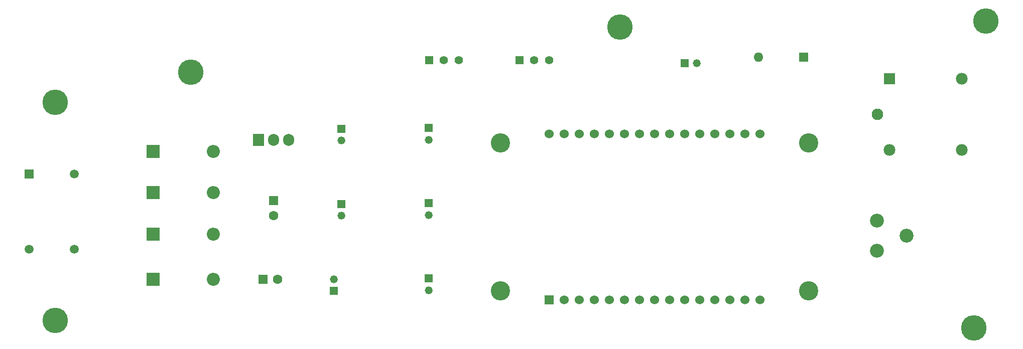
<source format=gbr>
%TF.GenerationSoftware,KiCad,Pcbnew,(6.0.10)*%
%TF.CreationDate,2023-01-19T14:06:35+05:30*%
%TF.ProjectId,KiCad PCB 11 - EE356 PCB 9 (2023-01-19),4b694361-6420-4504-9342-203131202d20,rev?*%
%TF.SameCoordinates,Original*%
%TF.FileFunction,Soldermask,Bot*%
%TF.FilePolarity,Negative*%
%FSLAX46Y46*%
G04 Gerber Fmt 4.6, Leading zero omitted, Abs format (unit mm)*
G04 Created by KiCad (PCBNEW (6.0.10)) date 2023-01-19 14:06:35*
%MOMM*%
%LPD*%
G01*
G04 APERTURE LIST*
%ADD10R,1.320800X1.320800*%
%ADD11C,1.320800*%
%ADD12C,4.300000*%
%ADD13R,2.200000X2.200000*%
%ADD14O,2.200000X2.200000*%
%ADD15R,1.905000X2.000000*%
%ADD16O,1.905000X2.000000*%
%ADD17R,1.600000X1.600000*%
%ADD18O,1.600000X1.600000*%
%ADD19R,1.408000X1.408000*%
%ADD20C,1.408000*%
%ADD21C,2.340000*%
%ADD22R,1.980000X1.980000*%
%ADD23C,1.980000*%
%ADD24C,1.935000*%
%ADD25C,1.530000*%
%ADD26R,1.530000X1.530000*%
%ADD27C,3.250000*%
%ADD28R,1.520000X1.520000*%
%ADD29C,1.520000*%
%ADD30C,1.600000*%
G04 APERTURE END LIST*
D10*
%TO.C,water_pump1*%
X207796000Y-40402000D03*
D11*
X209796000Y-40402000D03*
%TD*%
D10*
%TO.C,Pump_pin1*%
X164600000Y-64040000D03*
D11*
X164600000Y-66040000D03*
%TD*%
D10*
%TO.C,P1*%
X148590000Y-78835000D03*
D11*
X148590000Y-76835000D03*
%TD*%
D12*
%TO.C,REF\u002A\u002A*%
X101600000Y-46990000D03*
%TD*%
D10*
%TO.C,Node_pin1*%
X164600000Y-76740000D03*
D11*
X164600000Y-78740000D03*
%TD*%
D13*
%TO.C,D2*%
X118110000Y-69215000D03*
D14*
X128270000Y-69215000D03*
%TD*%
D12*
%TO.C,REF\u002A\u002A*%
X101600000Y-83820000D03*
%TD*%
D10*
%TO.C,P2*%
X149860000Y-51435000D03*
D11*
X149860000Y-53435000D03*
%TD*%
D10*
%TO.C,sensor_pin1*%
X164600000Y-51340000D03*
D11*
X164600000Y-53340000D03*
%TD*%
D12*
%TO.C,REF\u002A\u002A*%
X256540000Y-85090000D03*
%TD*%
D15*
%TO.C,U1R1*%
X135890000Y-53340000D03*
D16*
X138430000Y-53340000D03*
X140970000Y-53340000D03*
%TD*%
D12*
%TO.C,REF\u002A\u002A*%
X124460000Y-41910000D03*
%TD*%
D17*
%TO.C,protection_diode1*%
X227846000Y-39386000D03*
D18*
X220226000Y-39386000D03*
%TD*%
D13*
%TO.C,D1*%
X118110000Y-76835000D03*
D14*
X128270000Y-76835000D03*
%TD*%
D19*
%TO.C,Sensor1*%
X179880000Y-39894000D03*
D20*
X182380000Y-39894000D03*
X184880000Y-39894000D03*
%TD*%
D13*
%TO.C,D3*%
X118110000Y-55245000D03*
D14*
X128270000Y-55245000D03*
%TD*%
D21*
%TO.C,pot1*%
X240205000Y-67010000D03*
X245205000Y-69510000D03*
X240205000Y-72010000D03*
%TD*%
D22*
%TO.C,K1*%
X242320000Y-43038000D03*
D23*
X242320000Y-55038000D03*
D24*
X240320000Y-49038000D03*
D23*
X254520000Y-43038000D03*
X254520000Y-55038000D03*
%TD*%
D19*
%TO.C,Sensor2*%
X164640000Y-39894000D03*
D20*
X167140000Y-39894000D03*
X169640000Y-39894000D03*
%TD*%
D10*
%TO.C,P3*%
X149860000Y-64135000D03*
D11*
X149860000Y-66135000D03*
%TD*%
D12*
%TO.C,REF\u002A\u002A*%
X258580000Y-33290000D03*
%TD*%
D25*
%TO.C,U1*%
X184920000Y-52310000D03*
X187460000Y-52310000D03*
X190000000Y-52310000D03*
X192540000Y-52310000D03*
X195080000Y-52310000D03*
X197620000Y-52310000D03*
X200160000Y-52310000D03*
X202700000Y-52310000D03*
X205240000Y-52310000D03*
X207780000Y-52310000D03*
X210320000Y-52310000D03*
X212860000Y-52310000D03*
X215400000Y-52310000D03*
X217940000Y-52310000D03*
X220480000Y-52310000D03*
X220480000Y-80310000D03*
X217940000Y-80310000D03*
X215400000Y-80310000D03*
X212860000Y-80310000D03*
X210320000Y-80310000D03*
X207780000Y-80310000D03*
X205240000Y-80310000D03*
X202700000Y-80310000D03*
X200160000Y-80310000D03*
X197620000Y-80310000D03*
X195080000Y-80310000D03*
X192540000Y-80310000D03*
X190000000Y-80310000D03*
X187460000Y-80310000D03*
D26*
X184920000Y-80310000D03*
D27*
X176700000Y-53810000D03*
X228700000Y-53810000D03*
X176700000Y-78810000D03*
X228700000Y-78810000D03*
%TD*%
D13*
%TO.C,D4*%
X118110000Y-62230000D03*
D14*
X128270000Y-62230000D03*
%TD*%
D28*
%TO.C,T1*%
X97155000Y-59055000D03*
D29*
X104775000Y-59055000D03*
X104775000Y-71755000D03*
X97155000Y-71755000D03*
%TD*%
D17*
%TO.C,C1*%
X136633606Y-76835000D03*
D30*
X139133606Y-76835000D03*
%TD*%
D17*
%TO.C,C2*%
X138430000Y-63593848D03*
D30*
X138430000Y-66093848D03*
%TD*%
D12*
%TO.C,REF\u002A\u002A*%
X196850000Y-34290000D03*
%TD*%
M02*

</source>
